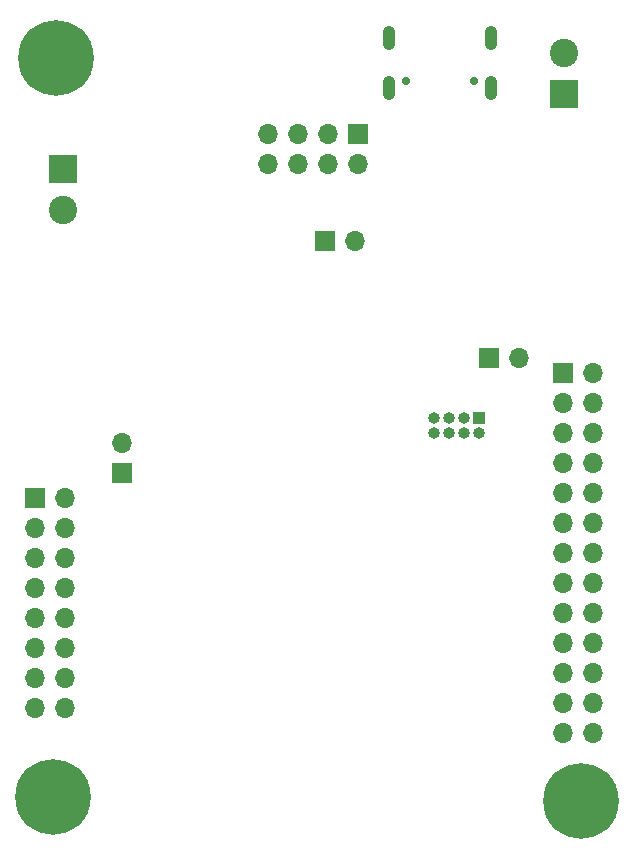
<source format=gbs>
G04 #@! TF.GenerationSoftware,KiCad,Pcbnew,(6.0.2)*
G04 #@! TF.CreationDate,2022-05-30T23:42:17+05:30*
G04 #@! TF.ProjectId,esp_lora_iot,6573705f-6c6f-4726-915f-696f742e6b69,rev?*
G04 #@! TF.SameCoordinates,Original*
G04 #@! TF.FileFunction,Soldermask,Bot*
G04 #@! TF.FilePolarity,Negative*
%FSLAX46Y46*%
G04 Gerber Fmt 4.6, Leading zero omitted, Abs format (unit mm)*
G04 Created by KiCad (PCBNEW (6.0.2)) date 2022-05-30 23:42:17*
%MOMM*%
%LPD*%
G01*
G04 APERTURE LIST*
%ADD10R,1.700000X1.700000*%
%ADD11O,1.700000X1.700000*%
%ADD12C,6.400000*%
%ADD13C,0.700000*%
%ADD14O,1.050000X2.100000*%
%ADD15R,1.000000X1.000000*%
%ADD16O,1.000000X1.000000*%
%ADD17R,2.400000X2.400000*%
%ADD18C,2.400000*%
G04 APERTURE END LIST*
D10*
X93475000Y-95500000D03*
D11*
X96015000Y-95500000D03*
X93475000Y-98040000D03*
X96015000Y-98040000D03*
X93475000Y-100580000D03*
X96015000Y-100580000D03*
X93475000Y-103120000D03*
X96015000Y-103120000D03*
X93475000Y-105660000D03*
X96015000Y-105660000D03*
X93475000Y-108200000D03*
X96015000Y-108200000D03*
X93475000Y-110740000D03*
X96015000Y-110740000D03*
X93475000Y-113280000D03*
X96015000Y-113280000D03*
X93475000Y-115820000D03*
X96015000Y-115820000D03*
X93475000Y-118360000D03*
X96015000Y-118360000D03*
X93475000Y-120900000D03*
X96015000Y-120900000D03*
X93475000Y-123440000D03*
X96015000Y-123440000D03*
X93475000Y-125980000D03*
X96015000Y-125980000D03*
D12*
X50475000Y-68850000D03*
D10*
X48700000Y-106025000D03*
D11*
X51240000Y-106025000D03*
X48700000Y-108565000D03*
X51240000Y-108565000D03*
X48700000Y-111105000D03*
X51240000Y-111105000D03*
X48700000Y-113645000D03*
X51240000Y-113645000D03*
X48700000Y-116185000D03*
X51240000Y-116185000D03*
X48700000Y-118725000D03*
X51240000Y-118725000D03*
X48700000Y-121265000D03*
X51240000Y-121265000D03*
X48700000Y-123805000D03*
X51240000Y-123805000D03*
D13*
X85890000Y-70787500D03*
X80110000Y-70787500D03*
D14*
X87320000Y-71317500D03*
X78680000Y-71317500D03*
X87320000Y-67137500D03*
X78680000Y-67137500D03*
D15*
X86350000Y-99325000D03*
D16*
X86350000Y-100595000D03*
X85080000Y-99325000D03*
X85080000Y-100595000D03*
X83810000Y-99325000D03*
X83810000Y-100595000D03*
X82540000Y-99325000D03*
X82540000Y-100595000D03*
D10*
X87150000Y-94225000D03*
D11*
X89690000Y-94225000D03*
D12*
X50250000Y-131375000D03*
X94975000Y-131700000D03*
D10*
X76050000Y-75210000D03*
D11*
X76050000Y-77750000D03*
X73510000Y-75210000D03*
X73510000Y-77750000D03*
X70970000Y-75210000D03*
X70970000Y-77750000D03*
X68430000Y-75210000D03*
X68430000Y-77750000D03*
D17*
X51125000Y-78170000D03*
D18*
X51125000Y-81670000D03*
D17*
X93500000Y-71850000D03*
D18*
X93500000Y-68350000D03*
D10*
X56075000Y-103975000D03*
D11*
X56075000Y-101435000D03*
D10*
X73325000Y-84275000D03*
D11*
X75865000Y-84275000D03*
M02*

</source>
